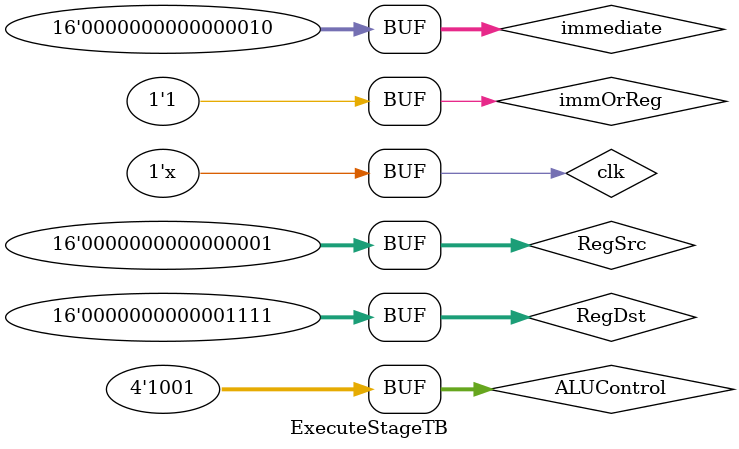
<source format=v>
module ExecuteStageTB();

reg clk;
reg immOrReg;
reg [3:0] ALUControl;
reg [15:0] RegSrc, RegDst, immediate;
wire [3:0] newStatus;
wire [15:0] ALUResult;

ExecuteStage exe (immOrReg, ALUControl,RegSrc, RegDst, immediate, newStatus, ALUResult);

initial begin 	
	clk = 0;
	immOrReg = 1;
	
	// ADD
	ALUControl = 4'b0000;
	RegSrc = 5;
	RegDst = 6;
	#10
	if (ALUResult == 11 && newStatus[2] == 0) begin
		$display("ADD with carry 0 success");
	end else begin
		$display("ADD with carry 0 faild");
	end
	
	#10
	RegSrc = 16'b1000000000001111;
	RegDst = 16'b1000000000001111;
	#10
	if (ALUResult == 16'b0000000000011110 && newStatus[2] == 1) begin
		$display("ADD with carry 1 success");
	end else begin
		$display("ADD with carry 1 faild");
	end

	// SUB
	#10
	ALUControl = 4'b0001;
	RegSrc = 2;
	RegDst = 5;
	#10
	if (ALUResult == 3) begin
		$display("SUB with zero 0 success");
	end else begin
		$display("SUB with zero 0 faild");
	end
	

	#10
	RegSrc = 5;
	RegDst = 5;
	#10
	if (ALUResult == 0 && newStatus[0] == 1) begin
		$display("SUB with zero 1 success");
	end else begin
		$display("SUB with zero 1 faild");
	end

	// AND
	#10
	ALUControl = 4'b0010;
	RegSrc = 5;
	RegDst = 5;
	#10
	if (ALUResult == 5) begin
		$display("AND success");
	end else begin
		$display("AND faild");
	end

	// SHL
	#10
	ALUControl = 4'b0100;
	RegSrc = 16'b0000000000001111;
	immediate = 2;
	#10
	if (ALUResult == 16'b0000000000111100) begin
		$display("SHL with carry 0 success");
	end else begin
		$display("SHL with carry 0 faild");
	end

	#10
	RegSrc = 16'b1100000000001111;
	immediate = 2;
	#10
	if (ALUResult == 16'b0000000000111100 && newStatus[2] == 1) begin
		$display("SHL with carry 1 success");
	end else begin
		$display("SHL with carry 1 faild");
	end

	// SHR
	#10
	ALUControl = 4'b0101;
	RegSrc = 16'b0000000111100000;
	immediate = 2;
	#10
	if (ALUResult == 16'b0000000001111000) begin
		$display("SHR with carry 0 success");
	end else begin
		$display("SHR with carry 0 faild");
	end

	#10
	RegSrc = 16'b0000000000001111;
	immediate = 2;
	#10
	if (ALUResult == 16'b0000000000000011 && newStatus[2] == 1) begin
		$display("SHR with carry 1 success");
	end else begin
		$display("SHR with carry 1 faild");
	end

	// NOT
	#10
	ALUControl = 4'b0110;
	RegSrc = 16'b0000000000001111;
	#10
	if (ALUResult == 16'b1111111111110000) begin
		$display("NOT success");
	end else begin
		$display("NOT faild");
	end

	// PASS First
	#10
	ALUControl = 4'b1010;
	RegSrc = 16'b0000000000000000;
	RegDst = 16'b0000000000001111;
	#10
	if (ALUResult == 16'b0000000000000000) begin
		$display("PASS First success");
	end else begin
		$display("PASS First faild");
	end

	// PASS Second
	#10
	ALUControl = 4'b0111;
	RegSrc = 16'b0000000000000000;
	RegDst = 16'b0000000000001111;
	#10
	if (ALUResult == 16'b0000000000001111) begin
		$display("PASS Second success");
	end else begin
		$display("PASS Second faild");
	end

	// INC
	#10
	ALUControl = 4'b1000;
	RegSrc = 0;
	#10
	if (ALUResult == 1) begin
		$display("INC success");
	end else begin
		$display("INC faild");
	end

	// DEC
	#10
	ALUControl = 4'b1001;
	RegSrc = 1;
	#10
	if (ALUResult == 0) begin
		$display("DEC success");
	end else begin
		$display("DEC faild");
	end

end

always #10 clk = !clk;

endmodule

</source>
